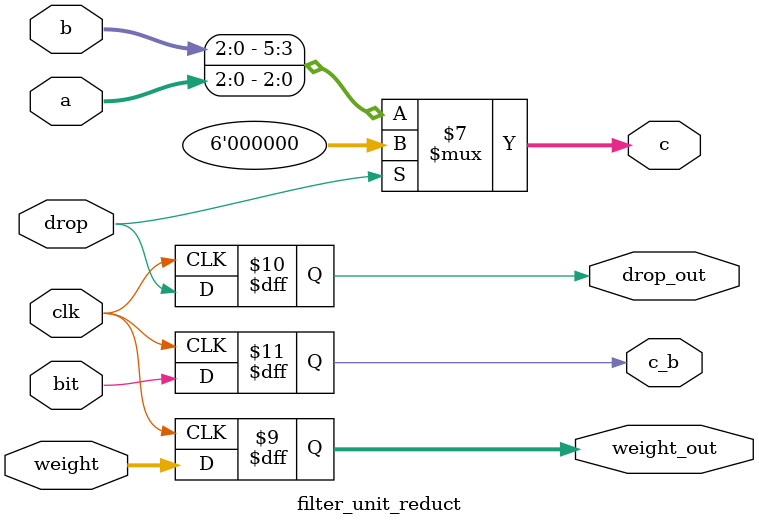
<source format=v>
`timescale 1ns / 1ps

module filter_unit_reduct(clk,a,b,bit,weight,drop,c,weight_out,c_b,drop_out);
input clk;
input [2:0] a,b;
input bit;
input [4:0] weight;
input drop;

output [5:0] c;
output c_b; 
output [4:0] weight_out;
output drop_out;

reg [5:0] c;
reg c_b; 
reg [4:0] weight_out;
reg drop_out;

always@(posedge clk)
begin
   c_b=bit;
end

always@(posedge clk)
begin
   drop_out=drop;
end

always@(posedge clk)
begin
   weight_out=weight;
end

always@(*)
begin
   if(drop==1'b0)
     begin
         c<={b,a};
     end
   else
     begin
         c<=6'b0;
     end
end

endmodule

</source>
